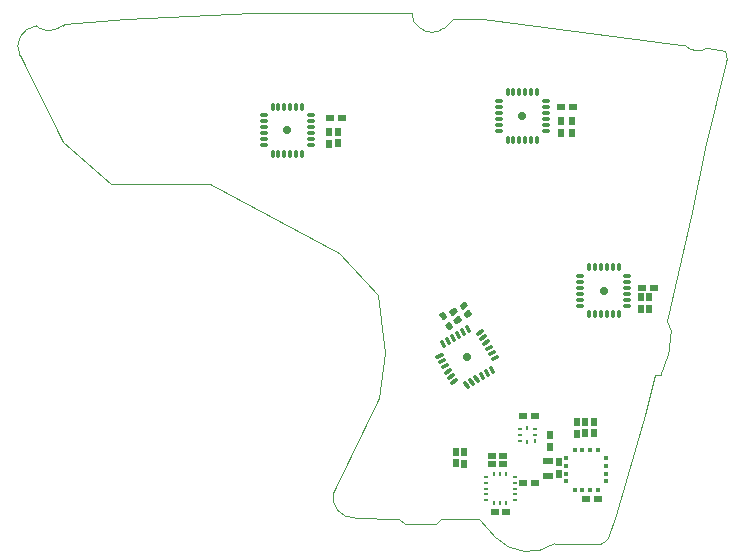
<source format=gbr>
*
*
G04 PADS 9.3 Build Number: 433611 generated Gerber (RS-274-X) file*
G04 PC Version=2.1*
*
%IN "MMSP_L.pcb"*%
*
%MOIN*%
*
%FSLAX35Y35*%
*
*
*
*
G04 PC Standard Apertures*
*
*
G04 Thermal Relief Aperture macro.*
%AMTER*
1,1,$1,0,0*
1,0,$1-$2,0,0*
21,0,$3,$4,0,0,45*
21,0,$3,$4,0,0,135*
%
*
*
G04 Annular Aperture macro.*
%AMANN*
1,1,$1,0,0*
1,0,$2,0,0*
%
*
*
G04 Odd Aperture macro.*
%AMODD*
1,1,$1,0,0*
1,0,$1-0.005,0,0*
%
*
*
G04 PC Custom Aperture Macros*
*
*
*
*
*
*
G04 PC Aperture Table*
*
%ADD010C,0.001*%
%ADD016C,0.01*%
%ADD023C,0.01181*%
%ADD026R,0.025X0.02*%
%ADD027R,0.02X0.025*%
%ADD028R,0.035X0.024*%
%ADD029R,0.01378X0.00984*%
%ADD030R,0.00984X0.01378*%
%ADD031R,0.01575X0.01181*%
%ADD032R,0.01181X0.01575*%
%ADD033O,0.01181X0.02756*%
%ADD034O,0.02756X0.01181*%
%ADD036R,0.01575X0.00984*%
%ADD037R,0.00984X0.01575*%
%ADD040C,0.02756*%
*
*
*
*
G04 PC Circuitry*
G04 Layer Name MMSP_L.pcb - circuitry*
%LPD*%
*
*
G04 PC Custom Flashes*
G04 Layer Name MMSP_L.pcb - flashes*
%LPD*%
*
*
G04 PC Circuitry*
G04 Layer Name MMSP_L.pcb - circuitry*
%LPD*%
*
G54D10*
G01X1084338Y879416D02*
G75*
G03X1091450Y870727I6795J-1694D01*
G01X1084337Y879411D02*
X1084469Y879661D01*
X1084449Y879640*
X1099338Y910590*
X1101338Y925590*
X1099000Y945000*
X1086000Y959000*
X1043000Y982000*
X1010098*
X994098Y996000*
X979772Y1024917*
X985282Y1034748D02*
G03X979774Y1024913I607J-6800D01*
G01X985288Y1034748D02*
X985335Y1034744D01*
X986024Y1034055*
X986021Y1034056D02*
G03X994094Y1034883I3373J6886D01*
G01X994091Y1034881D02*
X994565Y1035356D01*
X1015000Y1037000*
X1057000Y1039000*
X1110433*
G03X1113187Y1034052I5045J-433*
G01X1113191Y1034049D02*
G03X1121065I3937J4610D01*
G01X1121067Y1034051D02*
X1124016Y1037000D01*
X1134000*
X1200197Y1028298*
X1201353*
G03X1209173Y1027455I4431J4416*
G01X1209174D02*
X1209247Y1027530D01*
X1214758Y1026365*
X1215407Y1024033D02*
G03X1214757Y1026366I-2399J589D01*
G01X1215407Y1024032D02*
X1208068Y994095D01*
X1203663Y972687*
X1195353Y936537*
X1196877Y932972*
X1193429Y918301D02*
G03X1196877Y932946I-27976J14316D01*
G01X1193432Y918307D02*
X1191535D01*
X1188000Y905000*
X1178563Y871588*
X1175919Y863986*
X1173588Y862205D02*
G03X1175920Y863988I-330J2848D01*
G01X1173585Y862205D02*
X1158055D01*
X1138351Y864223D02*
G03X1158054Y862204I11040J10587D01*
G01X1138356Y864218D02*
X1132826Y870374D01*
X1120079*
X1118356Y868651*
X1108071*
X1106275Y870448*
X1091453Y870727*
G54D16*
X1127142Y940851D02*
X1128441Y941601D01*
X1127941Y942467*
X1126642Y941717*
X1127142Y940851*
X1127142*
X1126874Y941851D02*
X1128297D01*
X1127000Y941097D02*
Y941923D01*
X1128000Y941346D02*
Y942365D01*
X1123733Y938882D02*
X1125032Y939632D01*
X1124532Y940498*
X1123233Y939748*
X1123733Y938882*
X1123733*
X1123465Y939882D02*
X1124888D01*
X1124000Y939037D02*
Y940191D01*
X1125000Y939614D02*
Y939687D01*
X1121536Y937833D02*
X1120786Y939132D01*
X1120786D02*
X1119920Y938632D01*
X1119920D02*
X1120670Y937333D01*
X1121536Y937833*
X1120670Y937333D02*
X1120670D01*
X1120093Y938333D02*
X1121247D01*
X1120000Y938494D02*
Y938679D01*
X1121000Y937524D02*
Y938762D01*
X1123504Y934424D02*
X1122754Y935723D01*
X1121888Y935223*
X1122638Y933924*
X1123504Y934424*
X1122638Y933924D02*
X1122638D01*
X1122061Y934924D02*
X1123216D01*
X1122000Y935030D02*
Y935287D01*
X1123000Y934133D02*
Y935298D01*
X1128471Y937972D02*
X1129770Y938722D01*
X1129270Y939588*
X1127971Y938838*
X1128471Y937972*
X1128471*
X1128203Y938972D02*
X1129625D01*
X1128000Y938787D02*
Y938855D01*
X1129000Y938277D02*
Y939432D01*
X1125061Y936003D02*
X1126360Y936753D01*
X1125860Y937619*
X1124561Y936869*
X1125061Y936003*
X1125061*
X1124793Y937003D02*
X1126216D01*
X1125000Y936109D02*
Y937122D01*
X1126000Y936545D02*
Y937377D01*
G54D23*
X1123858Y915788D02*
X1125222Y916576D01*
X1122873Y917493D02*
X1124237Y918280D01*
X1121889Y919198D02*
X1123253Y919985D01*
X1120905Y920903D02*
X1122269Y921690D01*
X1119921Y922607D02*
X1121285Y923395D01*
X1118936Y924312D02*
X1120300Y925099D01*
X1120305Y929421D02*
X1121093Y928057D01*
X1122010Y930405D02*
X1122798Y929042D01*
X1123715Y931390D02*
X1124502Y930026D01*
X1125420Y932374D02*
X1126207Y931010D01*
X1127125Y933358D02*
X1127912Y931994D01*
X1128829Y934343D02*
X1129617Y932979D01*
X1132575Y932186D02*
X1133938Y932974D01*
X1133559Y930481D02*
X1134923Y931269D01*
X1134543Y928777D02*
X1135907Y929564D01*
X1135527Y927072D02*
X1136891Y927859D01*
X1136512Y925367D02*
X1137875Y926154D01*
X1137496Y923662D02*
X1138860Y924450D01*
X1136703Y920704D02*
X1137491Y919340D01*
X1134999Y919720D02*
X1135786Y918356D01*
X1133294Y918736D02*
X1134081Y917372D01*
X1131589Y917752D02*
X1132376Y916388D01*
X1129884Y916767D02*
X1130672Y915403D01*
X1128179Y915783D02*
X1128967Y914419D01*
G54D26*
X1140945Y888583D03*
X1137008D03*
X1190982Y947423D03*
X1187045D03*
X1087205Y1004134D03*
X1083268D03*
X1172384Y877113D03*
X1168447D03*
X1164173Y1007874D03*
X1160236D03*
X1138001Y872570D03*
X1141938D03*
X1137008Y891345D03*
X1140945D03*
X1147414Y904593D03*
X1151351D03*
X1147441Y882283D03*
X1151378D03*
G54D27*
X1189603Y940377D03*
Y944314D03*
X1082666Y995489D03*
Y999426D03*
X1168210Y898931D03*
Y902868D03*
X1165325Y898870D03*
Y902807D03*
X1160039Y999016D03*
Y1002953D03*
X1163780Y999213D03*
Y1003150D03*
X1186787Y940384D03*
Y944321D03*
X1085640Y995597D03*
Y999534D03*
X1170972Y898931D03*
Y902868D03*
X1156462Y894431D03*
Y898368D03*
X1159428Y889271D03*
Y885334D03*
X1125214Y892833D03*
Y888896D03*
X1127919Y892812D03*
Y888875D03*
G54D28*
X1155929Y884779D03*
Y889579D03*
G54D29*
X1144743Y884487D03*
Y882518D03*
Y880550D03*
Y878581D03*
Y876613D03*
X1135098D03*
Y878581D03*
Y880550D03*
Y882518D03*
Y884487D03*
G54D30*
X1141889Y875727D03*
X1139921D03*
X1137952D03*
Y885373D03*
X1139921D03*
X1141889D03*
G54D31*
X1175228Y890579D03*
Y888020D03*
Y885461D03*
Y882902D03*
X1161843D03*
Y885461D03*
Y888020D03*
Y890579D03*
G54D32*
X1172374Y880047D03*
X1169815D03*
X1167256D03*
X1164697D03*
Y893433D03*
X1167256D03*
X1169815D03*
X1172374D03*
G54D33*
X1142307Y1012589D03*
X1144275D03*
X1146244D03*
X1148212D03*
X1150181D03*
X1152149D03*
Y996841D03*
X1150181D03*
X1148212D03*
X1146244D03*
X1144275D03*
X1142307D03*
X1169488Y954331D03*
X1171457D03*
X1173425D03*
X1175394D03*
X1177362D03*
X1179331D03*
Y938583D03*
X1177362D03*
X1175394D03*
X1173425D03*
X1171457D03*
X1169488D03*
X1063976Y1007874D03*
X1065945D03*
X1067913D03*
X1069882D03*
X1071850D03*
X1073819D03*
Y992126D03*
X1071850D03*
X1069882D03*
X1067913D03*
X1065945D03*
X1063976D03*
G54D34*
X1155102Y1009637D03*
Y1007668D03*
Y1005700D03*
Y1003731D03*
Y1001763D03*
Y999794D03*
X1139354D03*
Y1001763D03*
Y1003731D03*
Y1005700D03*
Y1007668D03*
Y1009637D03*
X1182283Y951378D03*
Y949409D03*
Y947441D03*
Y945472D03*
Y943504D03*
Y941535D03*
X1166535D03*
Y943504D03*
Y945472D03*
Y947441D03*
Y949409D03*
Y951378D03*
X1076772Y1004921D03*
Y1002953D03*
Y1000984D03*
Y999016D03*
Y997047D03*
Y995079D03*
X1061024D03*
Y997047D03*
Y999016D03*
Y1000984D03*
Y1002953D03*
Y1004921D03*
G54D36*
X1146521Y900303D03*
Y898334D03*
Y896366D03*
X1151324Y898334D03*
Y900303D03*
G54D37*
X1148922Y900598D03*
Y896070D03*
X1151324Y896366D03*
G54D40*
X1128898Y924381D03*
X1147228Y1004715D03*
X1174409Y946457D03*
X1068898Y1000000D03*
G74*
X0Y0D02*
M02*

</source>
